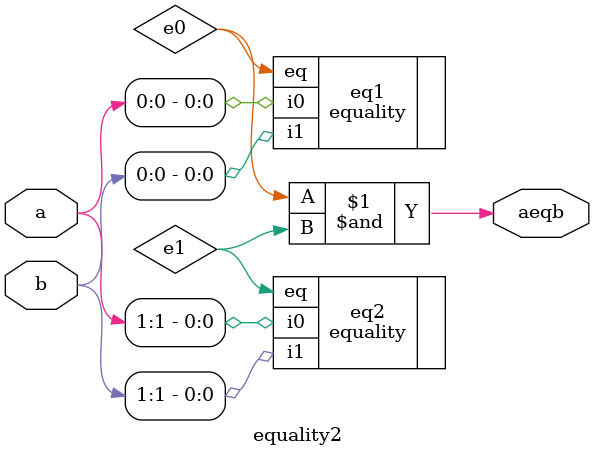
<source format=v>
module equality2(a, b, aeqb);

input wire[1:0] a, b;
output wire aeqb;

wire e0, e1;

equality eq1(.i0(a[0]), .i1(b[0]), .eq(e0));
equality eq2(.i0(a[1]), .i1(b[1]), .eq(e1));

assign  aeqb = e0 & e1;

endmodule

</source>
